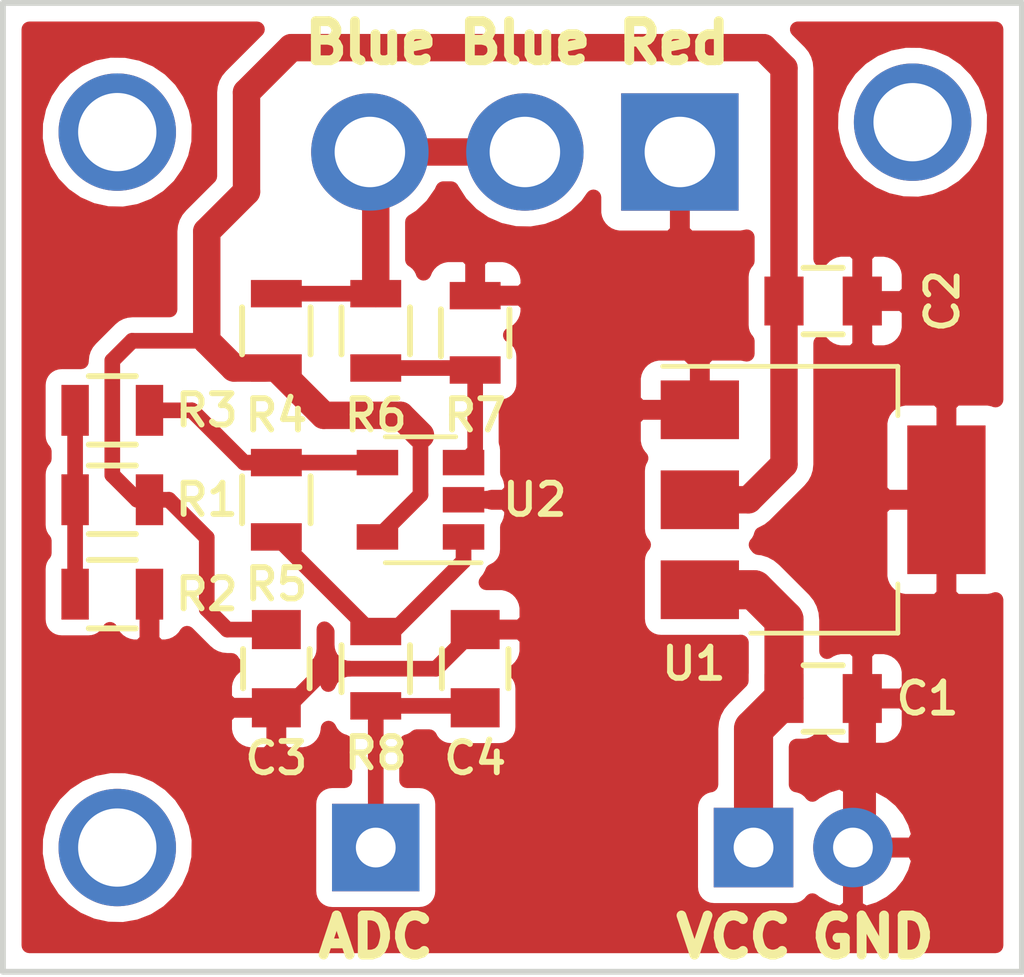
<source format=kicad_pcb>
(kicad_pcb (version 20160815) (host pcbnew no-vcs-found-7397~56~ubuntu16.04.1)

  (general
    (links 30)
    (no_connects 0)
    (area 113.589999 59.614999 139.775001 84.530001)
    (thickness 1.6)
    (drawings 10)
    (tracks 90)
    (zones 0)
    (modules 20)
    (nets 10)
  )

  (page A4)
  (layers
    (0 F.Cu signal)
    (31 B.Cu signal)
    (32 B.Adhes user)
    (33 F.Adhes user)
    (34 B.Paste user)
    (35 F.Paste user)
    (36 B.SilkS user)
    (37 F.SilkS user)
    (38 B.Mask user)
    (39 F.Mask user)
    (40 Dwgs.User user)
    (41 Cmts.User user)
    (42 Eco1.User user)
    (43 Eco2.User user)
    (44 Edge.Cuts user)
    (45 Margin user)
    (46 B.CrtYd user)
    (47 F.CrtYd user)
    (48 B.Fab user)
    (49 F.Fab user)
  )

  (setup
    (last_trace_width 0.7)
    (trace_clearance 0.2)
    (zone_clearance 0.4)
    (zone_45_only no)
    (trace_min 0.2)
    (segment_width 0.2)
    (edge_width 0.15)
    (via_size 1.1)
    (via_drill 0.5)
    (via_min_size 0.4)
    (via_min_drill 0.3)
    (uvia_size 0.3)
    (uvia_drill 0.1)
    (uvias_allowed no)
    (uvia_min_size 0.2)
    (uvia_min_drill 0.1)
    (pcb_text_width 0.3)
    (pcb_text_size 1 1)
    (mod_edge_width 0.15)
    (mod_text_size 1 1)
    (mod_text_width 0.15)
    (pad_size 3 3)
    (pad_drill 2)
    (pad_to_mask_clearance 0.2)
    (aux_axis_origin 0 0)
    (visible_elements FFFFFF7F)
    (pcbplotparams
      (layerselection 0x010f0_ffffffff)
      (usegerberextensions true)
      (excludeedgelayer true)
      (linewidth 0.100000)
      (plotframeref false)
      (viasonmask false)
      (mode 1)
      (useauxorigin false)
      (hpglpennumber 1)
      (hpglpenspeed 20)
      (hpglpendiameter 15)
      (psnegative false)
      (psa4output false)
      (plotreference true)
      (plotvalue true)
      (plotinvisibletext false)
      (padsonsilk false)
      (subtractmaskfromsilk false)
      (outputformat 1)
      (mirror false)
      (drillshape 0)
      (scaleselection 1)
      (outputdirectory assets/))
  )

  (net 0 "")
  (net 1 VCC)
  (net 2 GND)
  (net 3 +3V3)
  (net 4 /ADC)
  (net 5 "Net-(R1-Pad2)")
  (net 6 "Net-(R3-Pad1)")
  (net 7 "Net-(R5-Pad2)")
  (net 8 "Net-(R6-Pad1)")
  (net 9 /Blue)

  (net_class Default "This is the default net class."
    (clearance 0.2)
    (trace_width 0.7)
    (via_dia 1.1)
    (via_drill 0.5)
    (uvia_dia 0.3)
    (uvia_drill 0.1)
    (diff_pair_gap 0.25)
    (diff_pair_width 0.2)
    (add_net +3V3)
    (add_net /ADC)
    (add_net /Blue)
    (add_net GND)
    (add_net "Net-(R1-Pad2)")
    (add_net "Net-(R3-Pad1)")
    (add_net "Net-(R5-Pad2)")
    (add_net "Net-(R6-Pad1)")
    (add_net VCC)
  )

  (module Wire_Pads:SolderWirePad_single_1-2mmDrill (layer F.Cu) (tedit 5860BB30) (tstamp 58614127)
    (at 116.586 62.992)
    (fp_text reference REF** (at 0 -3.81) (layer F.SilkS) hide
      (effects (font (size 1 1) (thickness 0.15)))
    )
    (fp_text value SolderWirePad_single_1-2mmDrill (at -1.905 3.175) (layer F.Fab) hide
      (effects (font (size 1 1) (thickness 0.15)))
    )
    (pad 1 thru_hole circle (at 0 0) (size 3 3) (drill 2) (layers *.Cu *.Mask))
  )

  (module Wire_Pads:SolderWirePad_single_1-2mmDrill (layer F.Cu) (tedit 5860BB50) (tstamp 5861411E)
    (at 116.586 81.28)
    (fp_text reference REF** (at 0 -3.81) (layer F.SilkS) hide
      (effects (font (size 1 1) (thickness 0.15)))
    )
    (fp_text value SolderWirePad_single_1-2mmDrill (at -1.905 3.175) (layer F.Fab) hide
      (effects (font (size 1 1) (thickness 0.15)))
    )
    (pad 1 thru_hole circle (at 0 0) (size 3 3) (drill 2) (layers *.Cu *.Mask))
  )

  (module Wire_Pads:SolderWirePad_single_1-2mmDrill (layer F.Cu) (tedit 5860BB41) (tstamp 5861411A)
    (at 136.906 62.738)
    (fp_text reference REF** (at 0 -3.81) (layer F.SilkS) hide
      (effects (font (size 1 1) (thickness 0.15)))
    )
    (fp_text value SolderWirePad_single_1-2mmDrill (at -1.905 3.175) (layer F.Fab) hide
      (effects (font (size 1 1) (thickness 0.15)))
    )
    (pad 1 thru_hole circle (at 0 0) (size 3 3) (drill 2) (layers *.Cu *.Mask))
  )

  (module Pin_Headers:Pin_Header_Straight_1x02 (layer F.Cu) (tedit 5860B98A) (tstamp 5860B514)
    (at 132.842 81.28 90)
    (descr "Through hole pin header")
    (tags "pin header")
    (path /58609B23)
    (fp_text reference P3 (at 0 -5.1 90) (layer F.SilkS) hide
      (effects (font (size 1 1) (thickness 0.15)))
    )
    (fp_text value PWR (at 0 -3.1 90) (layer F.Fab) hide
      (effects (font (size 1 1) (thickness 0.15)))
    )
    (fp_line (start -1.75 4.3) (end 1.75 4.3) (layer F.CrtYd) (width 0.05))
    (fp_line (start -1.75 -1.75) (end 1.75 -1.75) (layer F.CrtYd) (width 0.05))
    (fp_line (start 1.75 -1.75) (end 1.75 4.3) (layer F.CrtYd) (width 0.05))
    (fp_line (start -1.75 -1.75) (end -1.75 4.3) (layer F.CrtYd) (width 0.05))
    (pad 2 thru_hole oval (at 0 2.54 90) (size 2.032 2.032) (drill 1.016) (layers *.Cu *.Mask)
      (net 2 GND))
    (pad 1 thru_hole rect (at 0 0 90) (size 2.032 2.032) (drill 1.016) (layers *.Cu *.Mask)
      (net 1 VCC))
    (model Pin_Headers.3dshapes/Pin_Header_Straight_1x02.wrl
      (at (xyz 0 -0.05 0))
      (scale (xyz 1 1 1))
      (rotate (xyz 0 0 90))
    )
  )

  (module Pin_Headers:Pin_Header_Straight_1x01 (layer F.Cu) (tedit 5860B97E) (tstamp 5860B761)
    (at 123.19 81.28 270)
    (descr "Through hole pin header")
    (tags "pin header")
    (path /58609B7F)
    (fp_text reference P2 (at 0 -5.1 270) (layer F.SilkS) hide
      (effects (font (size 1 1) (thickness 0.15)))
    )
    (fp_text value ADC (at 0 -3.1 270) (layer F.Fab) hide
      (effects (font (size 1 1) (thickness 0.15)))
    )
    (fp_line (start -1.75 1.75) (end 1.75 1.75) (layer F.CrtYd) (width 0.05))
    (fp_line (start -1.75 -1.75) (end 1.75 -1.75) (layer F.CrtYd) (width 0.05))
    (fp_line (start 1.75 -1.75) (end 1.75 1.75) (layer F.CrtYd) (width 0.05))
    (fp_line (start -1.75 -1.75) (end -1.75 1.75) (layer F.CrtYd) (width 0.05))
    (pad 1 thru_hole rect (at 0 0 270) (size 2.2352 2.2352) (drill 1.016) (layers *.Cu *.Mask)
      (net 4 /ADC))
    (model Pin_Headers.3dshapes/Pin_Header_Straight_1x01.wrl
      (at (xyz 0 0 0))
      (scale (xyz 1 1 1))
      (rotate (xyz 0 0 90))
    )
  )

  (module Connectors_Hirose:Hirose_DF63-3P-3.96DSA_03x3.96mm_Straight (layer F.Cu) (tedit 5860BD27) (tstamp 5860B4C3)
    (at 130.96 63.5 180)
    (descr "Hirose DF63 connector, DF63-3P-3.96DSA, 3.96mm pitch, top entry THT")
    (tags "connector hirose df63 vertical through hole")
    (path /585E368F)
    (fp_text reference P1 (at 0 -5.2 180) (layer F.SilkS) hide
      (effects (font (size 1 1) (thickness 0.15)))
    )
    (fp_text value PT100 (at 0 5.4 180) (layer F.Fab) hide
      (effects (font (size 1 1) (thickness 0.15)))
    )
    (pad 3 thru_hole circle (at 7.92 0 180) (size 3 3) (drill 1.8) (layers *.Cu *.Mask)
      (net 9 /Blue))
    (pad 2 thru_hole circle (at 3.96 0 180) (size 3 3) (drill 1.8) (layers *.Cu *.Mask)
      (net 9 /Blue))
    (pad 1 thru_hole rect (at 0 0 180) (size 3 3) (drill 1.8) (layers *.Cu *.Mask)
      (net 2 GND))
    (model Connectors_Hirose.3dshapes/Hirose_DF63-3P-3.96DSA_03x3.96mm_Straight.wrl
      (at (xyz 0 0 0))
      (scale (xyz 1 1 1))
      (rotate (xyz 0 0 0))
    )
  )

  (module TO_SOT_Packages_SMD:SOT-223 (layer F.Cu) (tedit 5860B81E) (tstamp 585E5813)
    (at 134.62 72.39)
    (descr "module CMS SOT223 4 pins")
    (tags "CMS SOT")
    (path /585E2118)
    (attr smd)
    (fp_text reference U1 (at -3.302 4.191 180) (layer F.SilkS)
      (effects (font (size 0.8 0.8) (thickness 0.15)))
    )
    (fp_text value AMS1117 (at 0 4.5) (layer F.Fab) hide
      (effects (font (size 1 1) (thickness 0.15)))
    )
    (fp_line (start 1.85 -3.35) (end 1.85 3.35) (layer F.Fab) (width 0.15))
    (fp_line (start -1.85 3.35) (end 1.85 3.35) (layer F.Fab) (width 0.15))
    (fp_line (start -4.1 -3.41) (end 1.91 -3.41) (layer F.SilkS) (width 0.12))
    (fp_line (start -1.85 -3.35) (end 1.85 -3.35) (layer F.Fab) (width 0.15))
    (fp_line (start -1.85 3.41) (end 1.91 3.41) (layer F.SilkS) (width 0.12))
    (fp_line (start -1.85 -3.35) (end -1.85 3.35) (layer F.Fab) (width 0.15))
    (fp_line (start -4.4 -3.6) (end -4.4 3.6) (layer F.CrtYd) (width 0.05))
    (fp_line (start -4.4 3.6) (end 4.4 3.6) (layer F.CrtYd) (width 0.05))
    (fp_line (start 4.4 3.6) (end 4.4 -3.6) (layer F.CrtYd) (width 0.05))
    (fp_line (start 4.4 -3.6) (end -4.4 -3.6) (layer F.CrtYd) (width 0.05))
    (fp_line (start 1.91 -3.41) (end 1.91 -2.15) (layer F.SilkS) (width 0.12))
    (fp_line (start 1.91 3.41) (end 1.91 2.15) (layer F.SilkS) (width 0.12))
    (pad 1 smd rect (at -3.15 -2.3) (size 2 1.5) (layers F.Cu F.Paste F.Mask)
      (net 2 GND))
    (pad 3 smd rect (at -3.15 2.3) (size 2 1.5) (layers F.Cu F.Paste F.Mask)
      (net 1 VCC))
    (pad 2 smd rect (at -3.15 0) (size 2 1.5) (layers F.Cu F.Paste F.Mask)
      (net 3 +3V3))
    (pad 1 smd rect (at 3.15 0) (size 2 3.8) (layers F.Cu F.Paste F.Mask)
      (net 2 GND))
    (model TO_SOT_Packages_SMD.3dshapes/SOT-223.wrl
      (at (xyz 0 0 0))
      (scale (xyz 0.4 0.4 0.4))
      (rotate (xyz 0 0 90))
    )
  )

  (module TO_SOT_Packages_SMD:SOT-23-5 (layer F.Cu) (tedit 5860B821) (tstamp 585E5826)
    (at 124.333 72.39 180)
    (descr "5-pin SOT23 package")
    (tags SOT-23-5)
    (path /585E207E)
    (attr smd)
    (fp_text reference U2 (at -2.921 0 180) (layer F.SilkS)
      (effects (font (size 0.8 0.8) (thickness 0.15)))
    )
    (fp_text value MCP6001 (at 0 2.9 180) (layer F.Fab) hide
      (effects (font (size 1 1) (thickness 0.15)))
    )
    (fp_line (start 0.9 -1.55) (end 0.9 1.55) (layer F.Fab) (width 0.15))
    (fp_line (start 0.9 1.55) (end -0.9 1.55) (layer F.Fab) (width 0.15))
    (fp_line (start -0.9 -1.55) (end -0.9 1.55) (layer F.Fab) (width 0.15))
    (fp_line (start 0.9 -1.55) (end -0.9 -1.55) (layer F.Fab) (width 0.15))
    (fp_line (start -1.9 1.8) (end -1.9 -1.8) (layer F.CrtYd) (width 0.05))
    (fp_line (start 1.9 1.8) (end -1.9 1.8) (layer F.CrtYd) (width 0.05))
    (fp_line (start 1.9 -1.8) (end 1.9 1.8) (layer F.CrtYd) (width 0.05))
    (fp_line (start -1.9 -1.8) (end 1.9 -1.8) (layer F.CrtYd) (width 0.05))
    (fp_line (start 0.9 -1.61) (end -1.55 -1.61) (layer F.SilkS) (width 0.12))
    (fp_line (start -0.9 1.61) (end 0.9 1.61) (layer F.SilkS) (width 0.12))
    (pad 5 smd rect (at 1.1 -0.95 180) (size 1.06 0.65) (layers F.Cu F.Paste F.Mask)
      (net 3 +3V3))
    (pad 4 smd rect (at 1.1 0.95 180) (size 1.06 0.65) (layers F.Cu F.Paste F.Mask)
      (net 6 "Net-(R3-Pad1)"))
    (pad 3 smd rect (at -1.1 0.95 180) (size 1.06 0.65) (layers F.Cu F.Paste F.Mask)
      (net 8 "Net-(R6-Pad1)"))
    (pad 2 smd rect (at -1.1 0 180) (size 1.06 0.65) (layers F.Cu F.Paste F.Mask)
      (net 2 GND))
    (pad 1 smd rect (at -1.1 -0.95 180) (size 1.06 0.65) (layers F.Cu F.Paste F.Mask)
      (net 7 "Net-(R5-Pad2)"))
    (model TO_SOT_Packages_SMD.3dshapes/SOT-23-5.wrl
      (at (xyz 0 0 0))
      (scale (xyz 1 1 1))
      (rotate (xyz 0 0 0))
    )
  )

  (module Capacitors_SMD:C_0805 (layer F.Cu) (tedit 5860B825) (tstamp 58608D28)
    (at 134.62 77.47)
    (descr "Capacitor SMD 0805, reflow soldering, AVX (see smccp.pdf)")
    (tags "capacitor 0805")
    (path /585E5D3B)
    (attr smd)
    (fp_text reference C1 (at 2.667 0 180) (layer F.SilkS)
      (effects (font (size 0.8 0.8) (thickness 0.15)))
    )
    (fp_text value 10uF/25v (at 0 2.1) (layer F.Fab) hide
      (effects (font (size 1 1) (thickness 0.15)))
    )
    (fp_line (start -0.5 0.85) (end 0.5 0.85) (layer F.SilkS) (width 0.15))
    (fp_line (start 0.5 -0.85) (end -0.5 -0.85) (layer F.SilkS) (width 0.15))
    (fp_line (start 1.8 -1) (end 1.8 1) (layer F.CrtYd) (width 0.05))
    (fp_line (start -1.8 -1) (end -1.8 1) (layer F.CrtYd) (width 0.05))
    (fp_line (start -1.8 1) (end 1.8 1) (layer F.CrtYd) (width 0.05))
    (fp_line (start -1.8 -1) (end 1.8 -1) (layer F.CrtYd) (width 0.05))
    (fp_line (start -1 -0.625) (end 1 -0.625) (layer F.Fab) (width 0.15))
    (fp_line (start 1 -0.625) (end 1 0.625) (layer F.Fab) (width 0.15))
    (fp_line (start 1 0.625) (end -1 0.625) (layer F.Fab) (width 0.15))
    (fp_line (start -1 0.625) (end -1 -0.625) (layer F.Fab) (width 0.15))
    (pad 2 smd rect (at 1 0) (size 1 1.25) (layers F.Cu F.Paste F.Mask)
      (net 2 GND))
    (pad 1 smd rect (at -1 0) (size 1 1.25) (layers F.Cu F.Paste F.Mask)
      (net 1 VCC))
    (model Capacitors_SMD.3dshapes/C_0805.wrl
      (at (xyz 0 0 0))
      (scale (xyz 1 1 1))
      (rotate (xyz 0 0 0))
    )
  )

  (module Capacitors_SMD:C_0805 (layer F.Cu) (tedit 5860B82A) (tstamp 58608D37)
    (at 134.62 67.31)
    (descr "Capacitor SMD 0805, reflow soldering, AVX (see smccp.pdf)")
    (tags "capacitor 0805")
    (path /585E5DBC)
    (attr smd)
    (fp_text reference C2 (at 3.048 0 90) (layer F.SilkS)
      (effects (font (size 0.8 0.8) (thickness 0.15)))
    )
    (fp_text value 10uF/25v (at 0 2.1) (layer F.Fab) hide
      (effects (font (size 1 1) (thickness 0.15)))
    )
    (fp_line (start -1 0.625) (end -1 -0.625) (layer F.Fab) (width 0.15))
    (fp_line (start 1 0.625) (end -1 0.625) (layer F.Fab) (width 0.15))
    (fp_line (start 1 -0.625) (end 1 0.625) (layer F.Fab) (width 0.15))
    (fp_line (start -1 -0.625) (end 1 -0.625) (layer F.Fab) (width 0.15))
    (fp_line (start -1.8 -1) (end 1.8 -1) (layer F.CrtYd) (width 0.05))
    (fp_line (start -1.8 1) (end 1.8 1) (layer F.CrtYd) (width 0.05))
    (fp_line (start -1.8 -1) (end -1.8 1) (layer F.CrtYd) (width 0.05))
    (fp_line (start 1.8 -1) (end 1.8 1) (layer F.CrtYd) (width 0.05))
    (fp_line (start 0.5 -0.85) (end -0.5 -0.85) (layer F.SilkS) (width 0.15))
    (fp_line (start -0.5 0.85) (end 0.5 0.85) (layer F.SilkS) (width 0.15))
    (pad 1 smd rect (at -1 0) (size 1 1.25) (layers F.Cu F.Paste F.Mask)
      (net 3 +3V3))
    (pad 2 smd rect (at 1 0) (size 1 1.25) (layers F.Cu F.Paste F.Mask)
      (net 2 GND))
    (model Capacitors_SMD.3dshapes/C_0805.wrl
      (at (xyz 0 0 0))
      (scale (xyz 1 1 1))
      (rotate (xyz 0 0 0))
    )
  )

  (module Capacitors_SMD:C_0805 (layer F.Cu) (tedit 5860B81A) (tstamp 58608D55)
    (at 120.65 76.708 270)
    (descr "Capacitor SMD 0805, reflow soldering, AVX (see smccp.pdf)")
    (tags "capacitor 0805")
    (path /585E59A8)
    (attr smd)
    (fp_text reference C3 (at 2.286 0) (layer F.SilkS)
      (effects (font (size 0.8 0.8) (thickness 0.15)))
    )
    (fp_text value lib:C_0603 (at 0 2.1 270) (layer F.Fab) hide
      (effects (font (size 1 1) (thickness 0.15)))
    )
    (fp_line (start -1 0.625) (end -1 -0.625) (layer F.Fab) (width 0.15))
    (fp_line (start 1 0.625) (end -1 0.625) (layer F.Fab) (width 0.15))
    (fp_line (start 1 -0.625) (end 1 0.625) (layer F.Fab) (width 0.15))
    (fp_line (start -1 -0.625) (end 1 -0.625) (layer F.Fab) (width 0.15))
    (fp_line (start -1.8 -1) (end 1.8 -1) (layer F.CrtYd) (width 0.05))
    (fp_line (start -1.8 1) (end 1.8 1) (layer F.CrtYd) (width 0.05))
    (fp_line (start -1.8 -1) (end -1.8 1) (layer F.CrtYd) (width 0.05))
    (fp_line (start 1.8 -1) (end 1.8 1) (layer F.CrtYd) (width 0.05))
    (fp_line (start 0.5 -0.85) (end -0.5 -0.85) (layer F.SilkS) (width 0.15))
    (fp_line (start -0.5 0.85) (end 0.5 0.85) (layer F.SilkS) (width 0.15))
    (pad 1 smd rect (at -1 0 270) (size 1 1.25) (layers F.Cu F.Paste F.Mask)
      (net 3 +3V3))
    (pad 2 smd rect (at 1 0 270) (size 1 1.25) (layers F.Cu F.Paste F.Mask)
      (net 2 GND))
    (model Capacitors_SMD.3dshapes/C_0805.wrl
      (at (xyz 0 0 0))
      (scale (xyz 1 1 1))
      (rotate (xyz 0 0 0))
    )
  )

  (module Capacitors_SMD:C_0805 (layer F.Cu) (tedit 5860B86F) (tstamp 58608D56)
    (at 125.73 76.708 90)
    (descr "Capacitor SMD 0805, reflow soldering, AVX (see smccp.pdf)")
    (tags "capacitor 0805")
    (path /585E47FB)
    (attr smd)
    (fp_text reference C4 (at -2.286 0 180) (layer F.SilkS)
      (effects (font (size 0.8 0.8) (thickness 0.15)))
    )
    (fp_text value 10uF (at 0 2.1 90) (layer F.Fab) hide
      (effects (font (size 1 1) (thickness 0.15)))
    )
    (fp_line (start -0.5 0.85) (end 0.5 0.85) (layer F.SilkS) (width 0.15))
    (fp_line (start 0.5 -0.85) (end -0.5 -0.85) (layer F.SilkS) (width 0.15))
    (fp_line (start 1.8 -1) (end 1.8 1) (layer F.CrtYd) (width 0.05))
    (fp_line (start -1.8 -1) (end -1.8 1) (layer F.CrtYd) (width 0.05))
    (fp_line (start -1.8 1) (end 1.8 1) (layer F.CrtYd) (width 0.05))
    (fp_line (start -1.8 -1) (end 1.8 -1) (layer F.CrtYd) (width 0.05))
    (fp_line (start -1 -0.625) (end 1 -0.625) (layer F.Fab) (width 0.15))
    (fp_line (start 1 -0.625) (end 1 0.625) (layer F.Fab) (width 0.15))
    (fp_line (start 1 0.625) (end -1 0.625) (layer F.Fab) (width 0.15))
    (fp_line (start -1 0.625) (end -1 -0.625) (layer F.Fab) (width 0.15))
    (pad 2 smd rect (at 1 0 90) (size 1 1.25) (layers F.Cu F.Paste F.Mask)
      (net 2 GND))
    (pad 1 smd rect (at -1 0 90) (size 1 1.25) (layers F.Cu F.Paste F.Mask)
      (net 4 /ADC))
    (model Capacitors_SMD.3dshapes/C_0805.wrl
      (at (xyz 0 0 0))
      (scale (xyz 1 1 1))
      (rotate (xyz 0 0 0))
    )
  )

  (module Resistors_SMD:R_0805 (layer F.Cu) (tedit 5860B813) (tstamp 58608D65)
    (at 116.459 72.39 180)
    (descr "Resistor SMD 0805, reflow soldering, Vishay (see dcrcw.pdf)")
    (tags "resistor 0805")
    (path /585E390B)
    (attr smd)
    (fp_text reference R1 (at -2.413 0) (layer F.SilkS)
      (effects (font (size 0.8 0.8) (thickness 0.15)))
    )
    (fp_text value 3.3K/1% (at 0 2.1 180) (layer F.Fab) hide
      (effects (font (size 1 1) (thickness 0.15)))
    )
    (fp_line (start -0.6 -0.875) (end 0.6 -0.875) (layer F.SilkS) (width 0.15))
    (fp_line (start 0.6 0.875) (end -0.6 0.875) (layer F.SilkS) (width 0.15))
    (fp_line (start 1.6 -1) (end 1.6 1) (layer F.CrtYd) (width 0.05))
    (fp_line (start -1.6 -1) (end -1.6 1) (layer F.CrtYd) (width 0.05))
    (fp_line (start -1.6 1) (end 1.6 1) (layer F.CrtYd) (width 0.05))
    (fp_line (start -1.6 -1) (end 1.6 -1) (layer F.CrtYd) (width 0.05))
    (fp_line (start -1 -0.625) (end 1 -0.625) (layer F.Fab) (width 0.1))
    (fp_line (start 1 -0.625) (end 1 0.625) (layer F.Fab) (width 0.1))
    (fp_line (start 1 0.625) (end -1 0.625) (layer F.Fab) (width 0.1))
    (fp_line (start -1 0.625) (end -1 -0.625) (layer F.Fab) (width 0.1))
    (pad 2 smd rect (at 0.95 0 180) (size 0.7 1.3) (layers F.Cu F.Paste F.Mask)
      (net 5 "Net-(R1-Pad2)"))
    (pad 1 smd rect (at -0.95 0 180) (size 0.7 1.3) (layers F.Cu F.Paste F.Mask)
      (net 3 +3V3))
    (model Resistors_SMD.3dshapes/R_0805.wrl
      (at (xyz 0 0 0))
      (scale (xyz 1 1 1))
      (rotate (xyz 0 0 0))
    )
  )

  (module Resistors_SMD:R_0805 (layer F.Cu) (tedit 5860B816) (tstamp 58608D74)
    (at 116.459 74.803)
    (descr "Resistor SMD 0805, reflow soldering, Vishay (see dcrcw.pdf)")
    (tags "resistor 0805")
    (path /585E512A)
    (attr smd)
    (fp_text reference R2 (at 2.413 0 180) (layer F.SilkS)
      (effects (font (size 0.8 0.8) (thickness 0.15)))
    )
    (fp_text value 100/1% (at 0 2.1) (layer F.Fab) hide
      (effects (font (size 1 1) (thickness 0.15)))
    )
    (fp_line (start -0.6 -0.875) (end 0.6 -0.875) (layer F.SilkS) (width 0.15))
    (fp_line (start 0.6 0.875) (end -0.6 0.875) (layer F.SilkS) (width 0.15))
    (fp_line (start 1.6 -1) (end 1.6 1) (layer F.CrtYd) (width 0.05))
    (fp_line (start -1.6 -1) (end -1.6 1) (layer F.CrtYd) (width 0.05))
    (fp_line (start -1.6 1) (end 1.6 1) (layer F.CrtYd) (width 0.05))
    (fp_line (start -1.6 -1) (end 1.6 -1) (layer F.CrtYd) (width 0.05))
    (fp_line (start -1 -0.625) (end 1 -0.625) (layer F.Fab) (width 0.1))
    (fp_line (start 1 -0.625) (end 1 0.625) (layer F.Fab) (width 0.1))
    (fp_line (start 1 0.625) (end -1 0.625) (layer F.Fab) (width 0.1))
    (fp_line (start -1 0.625) (end -1 -0.625) (layer F.Fab) (width 0.1))
    (pad 2 smd rect (at 0.95 0) (size 0.7 1.3) (layers F.Cu F.Paste F.Mask)
      (net 2 GND))
    (pad 1 smd rect (at -0.95 0) (size 0.7 1.3) (layers F.Cu F.Paste F.Mask)
      (net 5 "Net-(R1-Pad2)"))
    (model Resistors_SMD.3dshapes/R_0805.wrl
      (at (xyz 0 0 0))
      (scale (xyz 1 1 1))
      (rotate (xyz 0 0 0))
    )
  )

  (module Resistors_SMD:R_0805 (layer F.Cu) (tedit 5860B810) (tstamp 58608D83)
    (at 116.459 70.104 180)
    (descr "Resistor SMD 0805, reflow soldering, Vishay (see dcrcw.pdf)")
    (tags "resistor 0805")
    (path /585E533F)
    (attr smd)
    (fp_text reference R3 (at -2.413 0) (layer F.SilkS)
      (effects (font (size 0.8 0.8) (thickness 0.15)))
    )
    (fp_text value 1K/1% (at 0 2.1 180) (layer F.Fab) hide
      (effects (font (size 1 1) (thickness 0.15)))
    )
    (fp_line (start -1 0.625) (end -1 -0.625) (layer F.Fab) (width 0.1))
    (fp_line (start 1 0.625) (end -1 0.625) (layer F.Fab) (width 0.1))
    (fp_line (start 1 -0.625) (end 1 0.625) (layer F.Fab) (width 0.1))
    (fp_line (start -1 -0.625) (end 1 -0.625) (layer F.Fab) (width 0.1))
    (fp_line (start -1.6 -1) (end 1.6 -1) (layer F.CrtYd) (width 0.05))
    (fp_line (start -1.6 1) (end 1.6 1) (layer F.CrtYd) (width 0.05))
    (fp_line (start -1.6 -1) (end -1.6 1) (layer F.CrtYd) (width 0.05))
    (fp_line (start 1.6 -1) (end 1.6 1) (layer F.CrtYd) (width 0.05))
    (fp_line (start 0.6 0.875) (end -0.6 0.875) (layer F.SilkS) (width 0.15))
    (fp_line (start -0.6 -0.875) (end 0.6 -0.875) (layer F.SilkS) (width 0.15))
    (pad 1 smd rect (at -0.95 0 180) (size 0.7 1.3) (layers F.Cu F.Paste F.Mask)
      (net 6 "Net-(R3-Pad1)"))
    (pad 2 smd rect (at 0.95 0 180) (size 0.7 1.3) (layers F.Cu F.Paste F.Mask)
      (net 5 "Net-(R1-Pad2)"))
    (model Resistors_SMD.3dshapes/R_0805.wrl
      (at (xyz 0 0 0))
      (scale (xyz 1 1 1))
      (rotate (xyz 0 0 0))
    )
  )

  (module Resistors_SMD:R_0805 (layer F.Cu) (tedit 5860B7DC) (tstamp 58608D92)
    (at 120.65 68.072 90)
    (descr "Resistor SMD 0805, reflow soldering, Vishay (see dcrcw.pdf)")
    (tags "resistor 0805")
    (path /585E509F)
    (attr smd)
    (fp_text reference R4 (at -2.159 0 180) (layer F.SilkS)
      (effects (font (size 0.8 0.8) (thickness 0.15)))
    )
    (fp_text value 3.3K/1% (at 0 2.1 90) (layer F.Fab) hide
      (effects (font (size 1 1) (thickness 0.15)))
    )
    (fp_line (start -1 0.625) (end -1 -0.625) (layer F.Fab) (width 0.1))
    (fp_line (start 1 0.625) (end -1 0.625) (layer F.Fab) (width 0.1))
    (fp_line (start 1 -0.625) (end 1 0.625) (layer F.Fab) (width 0.1))
    (fp_line (start -1 -0.625) (end 1 -0.625) (layer F.Fab) (width 0.1))
    (fp_line (start -1.6 -1) (end 1.6 -1) (layer F.CrtYd) (width 0.05))
    (fp_line (start -1.6 1) (end 1.6 1) (layer F.CrtYd) (width 0.05))
    (fp_line (start -1.6 -1) (end -1.6 1) (layer F.CrtYd) (width 0.05))
    (fp_line (start 1.6 -1) (end 1.6 1) (layer F.CrtYd) (width 0.05))
    (fp_line (start 0.6 0.875) (end -0.6 0.875) (layer F.SilkS) (width 0.15))
    (fp_line (start -0.6 -0.875) (end 0.6 -0.875) (layer F.SilkS) (width 0.15))
    (pad 1 smd rect (at -0.95 0 90) (size 0.7 1.3) (layers F.Cu F.Paste F.Mask)
      (net 3 +3V3))
    (pad 2 smd rect (at 0.95 0 90) (size 0.7 1.3) (layers F.Cu F.Paste F.Mask)
      (net 9 /Blue))
    (model Resistors_SMD.3dshapes/R_0805.wrl
      (at (xyz 0 0 0))
      (scale (xyz 1 1 1))
      (rotate (xyz 0 0 0))
    )
  )

  (module Resistors_SMD:R_0805 (layer F.Cu) (tedit 5860B80D) (tstamp 58608DA1)
    (at 120.65 72.39 270)
    (descr "Resistor SMD 0805, reflow soldering, Vishay (see dcrcw.pdf)")
    (tags "resistor 0805")
    (path /585E5486)
    (attr smd)
    (fp_text reference R5 (at 2.159 0) (layer F.SilkS)
      (effects (font (size 0.8 0.8) (thickness 0.15)))
    )
    (fp_text value 100K/1% (at 0 2.1 270) (layer F.Fab) hide
      (effects (font (size 1 1) (thickness 0.15)))
    )
    (fp_line (start -0.6 -0.875) (end 0.6 -0.875) (layer F.SilkS) (width 0.15))
    (fp_line (start 0.6 0.875) (end -0.6 0.875) (layer F.SilkS) (width 0.15))
    (fp_line (start 1.6 -1) (end 1.6 1) (layer F.CrtYd) (width 0.05))
    (fp_line (start -1.6 -1) (end -1.6 1) (layer F.CrtYd) (width 0.05))
    (fp_line (start -1.6 1) (end 1.6 1) (layer F.CrtYd) (width 0.05))
    (fp_line (start -1.6 -1) (end 1.6 -1) (layer F.CrtYd) (width 0.05))
    (fp_line (start -1 -0.625) (end 1 -0.625) (layer F.Fab) (width 0.1))
    (fp_line (start 1 -0.625) (end 1 0.625) (layer F.Fab) (width 0.1))
    (fp_line (start 1 0.625) (end -1 0.625) (layer F.Fab) (width 0.1))
    (fp_line (start -1 0.625) (end -1 -0.625) (layer F.Fab) (width 0.1))
    (pad 2 smd rect (at 0.95 0 270) (size 0.7 1.3) (layers F.Cu F.Paste F.Mask)
      (net 7 "Net-(R5-Pad2)"))
    (pad 1 smd rect (at -0.95 0 270) (size 0.7 1.3) (layers F.Cu F.Paste F.Mask)
      (net 6 "Net-(R3-Pad1)"))
    (model Resistors_SMD.3dshapes/R_0805.wrl
      (at (xyz 0 0 0))
      (scale (xyz 1 1 1))
      (rotate (xyz 0 0 0))
    )
  )

  (module Resistors_SMD:R_0805 (layer F.Cu) (tedit 5860B7DF) (tstamp 58608DB0)
    (at 123.19 68.072 90)
    (descr "Resistor SMD 0805, reflow soldering, Vishay (see dcrcw.pdf)")
    (tags "resistor 0805")
    (path /585E396C)
    (attr smd)
    (fp_text reference R6 (at -2.159 0 180) (layer F.SilkS)
      (effects (font (size 0.8 0.8) (thickness 0.15)))
    )
    (fp_text value 1K/1% (at 0 2.1 90) (layer F.Fab) hide
      (effects (font (size 1 1) (thickness 0.15)))
    )
    (fp_line (start -1 0.625) (end -1 -0.625) (layer F.Fab) (width 0.1))
    (fp_line (start 1 0.625) (end -1 0.625) (layer F.Fab) (width 0.1))
    (fp_line (start 1 -0.625) (end 1 0.625) (layer F.Fab) (width 0.1))
    (fp_line (start -1 -0.625) (end 1 -0.625) (layer F.Fab) (width 0.1))
    (fp_line (start -1.6 -1) (end 1.6 -1) (layer F.CrtYd) (width 0.05))
    (fp_line (start -1.6 1) (end 1.6 1) (layer F.CrtYd) (width 0.05))
    (fp_line (start -1.6 -1) (end -1.6 1) (layer F.CrtYd) (width 0.05))
    (fp_line (start 1.6 -1) (end 1.6 1) (layer F.CrtYd) (width 0.05))
    (fp_line (start 0.6 0.875) (end -0.6 0.875) (layer F.SilkS) (width 0.15))
    (fp_line (start -0.6 -0.875) (end 0.6 -0.875) (layer F.SilkS) (width 0.15))
    (pad 1 smd rect (at -0.95 0 90) (size 0.7 1.3) (layers F.Cu F.Paste F.Mask)
      (net 8 "Net-(R6-Pad1)"))
    (pad 2 smd rect (at 0.95 0 90) (size 0.7 1.3) (layers F.Cu F.Paste F.Mask)
      (net 9 /Blue))
    (model Resistors_SMD.3dshapes/R_0805.wrl
      (at (xyz 0 0 0))
      (scale (xyz 1 1 1))
      (rotate (xyz 0 0 0))
    )
  )

  (module Resistors_SMD:R_0805 (layer F.Cu) (tedit 5860B7F7) (tstamp 58608DBF)
    (at 125.73 68.1228 270)
    (descr "Resistor SMD 0805, reflow soldering, Vishay (see dcrcw.pdf)")
    (tags "resistor 0805")
    (path /585E39A6)
    (attr smd)
    (fp_text reference R7 (at 2.1082 0) (layer F.SilkS)
      (effects (font (size 0.8 0.8) (thickness 0.15)))
    )
    (fp_text value 100K/1% (at 0 2.1 270) (layer F.Fab) hide
      (effects (font (size 1 1) (thickness 0.15)))
    )
    (fp_line (start -1 0.625) (end -1 -0.625) (layer F.Fab) (width 0.1))
    (fp_line (start 1 0.625) (end -1 0.625) (layer F.Fab) (width 0.1))
    (fp_line (start 1 -0.625) (end 1 0.625) (layer F.Fab) (width 0.1))
    (fp_line (start -1 -0.625) (end 1 -0.625) (layer F.Fab) (width 0.1))
    (fp_line (start -1.6 -1) (end 1.6 -1) (layer F.CrtYd) (width 0.05))
    (fp_line (start -1.6 1) (end 1.6 1) (layer F.CrtYd) (width 0.05))
    (fp_line (start -1.6 -1) (end -1.6 1) (layer F.CrtYd) (width 0.05))
    (fp_line (start 1.6 -1) (end 1.6 1) (layer F.CrtYd) (width 0.05))
    (fp_line (start 0.6 0.875) (end -0.6 0.875) (layer F.SilkS) (width 0.15))
    (fp_line (start -0.6 -0.875) (end 0.6 -0.875) (layer F.SilkS) (width 0.15))
    (pad 1 smd rect (at -0.95 0 270) (size 0.7 1.3) (layers F.Cu F.Paste F.Mask)
      (net 2 GND))
    (pad 2 smd rect (at 0.95 0 270) (size 0.7 1.3) (layers F.Cu F.Paste F.Mask)
      (net 8 "Net-(R6-Pad1)"))
    (model Resistors_SMD.3dshapes/R_0805.wrl
      (at (xyz 0 0 0))
      (scale (xyz 1 1 1))
      (rotate (xyz 0 0 0))
    )
  )

  (module Resistors_SMD:R_0805 (layer F.Cu) (tedit 5860A379) (tstamp 58608DCE)
    (at 123.19 76.708 90)
    (descr "Resistor SMD 0805, reflow soldering, Vishay (see dcrcw.pdf)")
    (tags "resistor 0805")
    (path /585E479C)
    (attr smd)
    (fp_text reference R8 (at -2.159 0 180) (layer F.SilkS)
      (effects (font (size 0.8 0.8) (thickness 0.15)))
    )
    (fp_text value 1K/1% (at 0 2.1 90) (layer F.Fab) hide
      (effects (font (size 1 1) (thickness 0.15)))
    )
    (fp_line (start -0.6 -0.875) (end 0.6 -0.875) (layer F.SilkS) (width 0.15))
    (fp_line (start 0.6 0.875) (end -0.6 0.875) (layer F.SilkS) (width 0.15))
    (fp_line (start 1.6 -1) (end 1.6 1) (layer F.CrtYd) (width 0.05))
    (fp_line (start -1.6 -1) (end -1.6 1) (layer F.CrtYd) (width 0.05))
    (fp_line (start -1.6 1) (end 1.6 1) (layer F.CrtYd) (width 0.05))
    (fp_line (start -1.6 -1) (end 1.6 -1) (layer F.CrtYd) (width 0.05))
    (fp_line (start -1 -0.625) (end 1 -0.625) (layer F.Fab) (width 0.1))
    (fp_line (start 1 -0.625) (end 1 0.625) (layer F.Fab) (width 0.1))
    (fp_line (start 1 0.625) (end -1 0.625) (layer F.Fab) (width 0.1))
    (fp_line (start -1 0.625) (end -1 -0.625) (layer F.Fab) (width 0.1))
    (pad 2 smd rect (at 0.95 0 90) (size 0.7 1.3) (layers F.Cu F.Paste F.Mask)
      (net 7 "Net-(R5-Pad2)"))
    (pad 1 smd rect (at -0.95 0 90) (size 0.7 1.3) (layers F.Cu F.Paste F.Mask)
      (net 4 /ADC))
    (model Resistors_SMD.3dshapes/R_0805.wrl
      (at (xyz 0 0 0))
      (scale (xyz 1 1 1))
      (rotate (xyz 0 0 0))
    )
  )

  (gr_text Blue (at 123.063 60.706) (layer F.SilkS)
    (effects (font (size 1 1) (thickness 0.25)))
  )
  (gr_text Blue (at 127 60.706) (layer F.SilkS)
    (effects (font (size 1 1) (thickness 0.25)))
  )
  (gr_line (start 139.7 84.455) (end 139.7 59.69) (layer Edge.Cuts) (width 0.15))
  (gr_line (start 113.665 84.455) (end 139.7 84.455) (layer Edge.Cuts) (width 0.15))
  (gr_line (start 113.665 59.69) (end 113.665 84.455) (layer Edge.Cuts) (width 0.15))
  (gr_line (start 139.7 59.69) (end 113.665 59.69) (layer Edge.Cuts) (width 0.15))
  (gr_text "Red\n" (at 130.81 60.706) (layer F.SilkS)
    (effects (font (size 1 1) (thickness 0.25)))
  )
  (gr_text "VCC\n" (at 132.334 83.566) (layer F.SilkS)
    (effects (font (size 1 1) (thickness 0.25)))
  )
  (gr_text "ADC\n" (at 123.19 83.566) (layer F.SilkS)
    (effects (font (size 1 1) (thickness 0.25)))
  )
  (gr_text GND (at 135.89 83.566) (layer F.SilkS)
    (effects (font (size 1 1) (thickness 0.25)))
  )

  (segment (start 133.62 77.47) (end 133.62 75.454) (width 1) (layer F.Cu) (net 1))
  (segment (start 133.62 75.454) (end 132.856 74.69) (width 1) (layer F.Cu) (net 1))
  (segment (start 132.856 74.69) (end 131.47 74.69) (width 1) (layer F.Cu) (net 1))
  (segment (start 133.62 77.47) (end 132.842 78.248) (width 1) (layer F.Cu) (net 1))
  (segment (start 132.842 78.248) (end 132.842 81.28) (width 1) (layer F.Cu) (net 1))
  (segment (start 117.409 74.803) (end 117.409 76.261) (width 0.4) (layer F.Cu) (net 2))
  (segment (start 117.409 76.261) (end 118.856 77.708) (width 0.4) (layer F.Cu) (net 2))
  (segment (start 135.382 81.28) (end 135.382 82.71684) (width 0.4) (layer F.Cu) (net 2))
  (segment (start 135.382 82.71684) (end 134.65984 83.439) (width 0.4) (layer F.Cu) (net 2))
  (segment (start 134.65984 83.439) (end 129.667 83.439) (width 0.4) (layer F.Cu) (net 2))
  (segment (start 129.667 83.439) (end 127.254 81.026) (width 0.4) (layer F.Cu) (net 2))
  (segment (start 127.254 81.026) (end 127.254 75.692) (width 0.4) (layer F.Cu) (net 2))
  (segment (start 127.254 75.692) (end 127.254 74.676) (width 0.4) (layer F.Cu) (net 2))
  (segment (start 125.73 75.708) (end 127.238 75.708) (width 0.4) (layer F.Cu) (net 2))
  (segment (start 127.238 75.708) (end 127.254 75.692) (width 0.4) (layer F.Cu) (net 2))
  (segment (start 120.65 77.708) (end 118.856 77.708) (width 0.4) (layer F.Cu) (net 2))
  (segment (start 120.65 77.708) (end 120.92 77.708) (width 0.4) (layer F.Cu) (net 2))
  (segment (start 120.92 77.708) (end 121.92 76.708) (width 0.4) (layer F.Cu) (net 2) (tstamp 5860BB88))
  (segment (start 124.73 76.708) (end 125.73 75.708) (width 0.4) (layer F.Cu) (net 2) (tstamp 5860BB8A))
  (segment (start 121.92 76.708) (end 124.73 76.708) (width 0.4) (layer F.Cu) (net 2) (tstamp 5860BB89))
  (segment (start 127.254 74.676) (end 127.254 72.39) (width 0.4) (layer F.Cu) (net 2))
  (segment (start 125.433 72.39) (end 127.254 72.39) (width 0.4) (layer F.Cu) (net 2))
  (segment (start 127.254 72.39) (end 129.554 70.09) (width 0.4) (layer F.Cu) (net 2))
  (segment (start 129.554 70.09) (end 131.47 70.09) (width 0.4) (layer F.Cu) (net 2))
  (segment (start 135.62 77.47) (end 135.62 81.042) (width 0.7) (layer F.Cu) (net 2))
  (segment (start 135.62 81.042) (end 135.382 81.28) (width 0.7) (layer F.Cu) (net 2))
  (segment (start 135.62 77.47) (end 136.652 77.47) (width 0.4) (layer F.Cu) (net 2))
  (segment (start 136.652 77.47) (end 137.77 76.352) (width 0.4) (layer F.Cu) (net 2))
  (segment (start 137.77 76.352) (end 137.77 72.39) (width 0.4) (layer F.Cu) (net 2))
  (segment (start 130.96 63.5) (end 130.96 65.7) (width 0.4) (layer F.Cu) (net 2))
  (segment (start 130.96 65.7) (end 129.7028 66.9572) (width 0.4) (layer F.Cu) (net 2))
  (segment (start 129.7028 66.9572) (end 129.7028 67.1728) (width 0.4) (layer F.Cu) (net 2))
  (segment (start 135.62 67.31) (end 136.652 67.31) (width 0.4) (layer F.Cu) (net 2))
  (segment (start 136.652 67.31) (end 137.77 68.428) (width 0.4) (layer F.Cu) (net 2))
  (segment (start 137.77 68.428) (end 137.77 72.39) (width 0.4) (layer F.Cu) (net 2))
  (segment (start 125.73 67.1728) (end 129.7028 67.1728) (width 0.4) (layer F.Cu) (net 2))
  (segment (start 129.7028 67.1728) (end 131.47 68.94) (width 0.4) (layer F.Cu) (net 2))
  (segment (start 131.47 68.94) (end 131.47 70.09) (width 0.4) (layer F.Cu) (net 2))
  (segment (start 118.872 68.326) (end 118.872 65.532) (width 0.7) (layer F.Cu) (net 3))
  (segment (start 133.62 61.357) (end 133.62 67.31) (width 0.7) (layer F.Cu) (net 3))
  (segment (start 118.872 65.532) (end 119.888 64.516) (width 0.7) (layer F.Cu) (net 3))
  (segment (start 119.888 64.516) (end 119.888 61.976) (width 0.7) (layer F.Cu) (net 3))
  (segment (start 119.888 61.976) (end 121.031 60.833) (width 0.7) (layer F.Cu) (net 3))
  (segment (start 121.031 60.833) (end 133.096 60.833) (width 0.7) (layer F.Cu) (net 3))
  (segment (start 133.096 60.833) (end 133.62 61.357) (width 0.7) (layer F.Cu) (net 3))
  (segment (start 117.409 72.39) (end 117.094 72.39) (width 0.4) (layer F.Cu) (net 3))
  (segment (start 116.967 68.326) (end 118.872 68.326) (width 0.4) (layer F.Cu) (net 3))
  (segment (start 117.094 72.39) (end 116.459 71.755) (width 0.4) (layer F.Cu) (net 3))
  (segment (start 116.459 71.755) (end 116.459 68.834) (width 0.4) (layer F.Cu) (net 3))
  (segment (start 116.459 68.834) (end 116.967 68.326) (width 0.4) (layer F.Cu) (net 3))
  (segment (start 117.409 72.39) (end 117.905 72.39) (width 0.4) (layer F.Cu) (net 3))
  (segment (start 117.905 72.39) (end 118.872 73.357) (width 0.4) (layer F.Cu) (net 3))
  (segment (start 117.409 72.39) (end 117.348 72.39) (width 0.4) (layer F.Cu) (net 3))
  (segment (start 120.35 69.022) (end 119.568 69.022) (width 0.7) (layer F.Cu) (net 3))
  (segment (start 119.568 69.022) (end 118.872 68.326) (width 0.7) (layer F.Cu) (net 3))
  (segment (start 133.62 67.31) (end 133.62 71.485) (width 0.7) (layer F.Cu) (net 3))
  (segment (start 133.62 71.485) (end 132.715 72.39) (width 0.7) (layer F.Cu) (net 3))
  (segment (start 132.715 72.39) (end 131.47 72.39) (width 0.7) (layer F.Cu) (net 3))
  (segment (start 120.65 69.022) (end 120.35 69.022) (width 0.4) (layer F.Cu) (net 3))
  (segment (start 118.872 73.357) (end 118.872 75.184) (width 0.4) (layer F.Cu) (net 3))
  (segment (start 118.872 75.184) (end 119.396 75.708) (width 0.4) (layer F.Cu) (net 3))
  (segment (start 119.396 75.708) (end 120.65 75.708) (width 0.4) (layer F.Cu) (net 3))
  (segment (start 123.256 73.34) (end 124.333 72.263) (width 0.4) (layer F.Cu) (net 3) (tstamp 5860BB95))
  (segment (start 124.333 72.263) (end 124.333 70.739) (width 0.4) (layer F.Cu) (net 3) (tstamp 5860BB96))
  (segment (start 124.333 70.739) (end 123.825 70.231) (width 0.7) (layer F.Cu) (net 3) (tstamp 5860BB97))
  (segment (start 123.825 70.231) (end 121.859 70.231) (width 0.7) (layer F.Cu) (net 3) (tstamp 5860BB98))
  (segment (start 121.859 70.231) (end 120.65 69.022) (width 0.7) (layer F.Cu) (net 3) (tstamp 5860BB99))
  (segment (start 123.19 77.658) (end 123.19 81.28) (width 0.4) (layer F.Cu) (net 4))
  (segment (start 123.19 77.658) (end 125.68 77.658) (width 0.4) (layer F.Cu) (net 4))
  (segment (start 125.68 77.658) (end 125.73 77.708) (width 0.4) (layer F.Cu) (net 4))
  (segment (start 115.509 72.39) (end 115.509 70.104) (width 0.4) (layer F.Cu) (net 5))
  (segment (start 115.509 74.803) (end 115.509 72.39) (width 0.4) (layer F.Cu) (net 5))
  (segment (start 117.409 70.104) (end 118.491 70.104) (width 0.4) (layer F.Cu) (net 6))
  (segment (start 120.65 71.44) (end 119.827 71.44) (width 0.4) (layer F.Cu) (net 6))
  (segment (start 119.827 71.44) (end 118.491 70.104) (width 0.4) (layer F.Cu) (net 6))
  (segment (start 123.233 71.44) (end 120.65 71.44) (width 0.4) (layer F.Cu) (net 6))
  (segment (start 123.19 75.758) (end 123.632 75.758) (width 0.4) (layer F.Cu) (net 7))
  (segment (start 123.632 75.758) (end 125.433 73.957) (width 0.4) (layer F.Cu) (net 7))
  (segment (start 125.433 73.957) (end 125.433 73.34) (width 0.4) (layer F.Cu) (net 7))
  (segment (start 123.19 75.758) (end 123.068 75.758) (width 0.4) (layer F.Cu) (net 7))
  (segment (start 123.068 75.758) (end 120.65 73.34) (width 0.4) (layer F.Cu) (net 7))
  (segment (start 120.65 73.34) (end 120.5255 73.34) (width 0.4) (layer F.Cu) (net 7))
  (segment (start 125.73 69.0728) (end 125.73 71.143) (width 0.4) (layer F.Cu) (net 8))
  (segment (start 125.73 71.143) (end 125.433 71.44) (width 0.4) (layer F.Cu) (net 8))
  (segment (start 123.19 69.022) (end 125.6792 69.022) (width 0.4) (layer F.Cu) (net 8))
  (segment (start 125.6792 69.022) (end 125.73 69.0728) (width 0.4) (layer F.Cu) (net 8))
  (segment (start 123.19 67.122) (end 123.19 63.65) (width 0.7) (layer F.Cu) (net 9))
  (segment (start 123.19 63.65) (end 123.04 63.5) (width 0.4) (layer F.Cu) (net 9))
  (segment (start 127 63.5) (end 123.04 63.5) (width 0.7) (layer F.Cu) (net 9))
  (segment (start 123.19 67.122) (end 120.65 67.122) (width 0.4) (layer F.Cu) (net 9))

  (zone (net 2) (net_name GND) (layer F.Cu) (tstamp 0) (hatch edge 0.508)
    (connect_pads (clearance 0.4))
    (min_thickness 0.4)
    (fill yes (arc_segments 32) (thermal_gap 0.508) (thermal_bridge_width 0.508))
    (polygon
      (pts
        (xy 113.665 59.69) (xy 139.7 59.69) (xy 139.7 84.455) (xy 113.665 84.455)
      )
    )
    (filled_polygon
      (pts
        (xy 119.216249 61.304249) (xy 119.160597 61.372001) (xy 119.104142 61.439281) (xy 119.101733 61.443664) (xy 119.098565 61.44752)
        (xy 119.057119 61.524815) (xy 119.014821 61.601755) (xy 119.013311 61.606517) (xy 119.01095 61.610919) (xy 118.985287 61.694859)
        (xy 118.95876 61.778484) (xy 118.958203 61.783446) (xy 118.956742 61.788226) (xy 118.947871 61.875567) (xy 118.938093 61.962736)
        (xy 118.938025 61.972502) (xy 118.938006 61.972684) (xy 118.938022 61.972854) (xy 118.938 61.976) (xy 118.938 64.122498)
        (xy 118.200249 64.860249) (xy 118.144597 64.928001) (xy 118.088142 64.995281) (xy 118.085733 64.999664) (xy 118.082565 65.00352)
        (xy 118.041119 65.080815) (xy 117.998821 65.157755) (xy 117.997311 65.162517) (xy 117.99495 65.166919) (xy 117.969287 65.250859)
        (xy 117.94276 65.334484) (xy 117.942203 65.339446) (xy 117.940742 65.344226) (xy 117.931871 65.431567) (xy 117.922093 65.518736)
        (xy 117.922025 65.528502) (xy 117.922006 65.528684) (xy 117.922022 65.528854) (xy 117.922 65.532) (xy 117.922 67.526)
        (xy 116.967 67.526) (xy 116.893444 67.533212) (xy 116.819839 67.539652) (xy 116.8158 67.540825) (xy 116.811613 67.541236)
        (xy 116.740831 67.562606) (xy 116.669906 67.583212) (xy 116.666175 67.585146) (xy 116.662144 67.586363) (xy 116.596869 67.62107)
        (xy 116.531288 67.655064) (xy 116.528 67.657689) (xy 116.524287 67.659663) (xy 116.467011 67.706376) (xy 116.409268 67.752472)
        (xy 116.403414 67.758244) (xy 116.403293 67.758343) (xy 116.4032 67.758455) (xy 116.401314 67.760315) (xy 115.893315 68.268315)
        (xy 115.84645 68.325369) (xy 115.798909 68.382026) (xy 115.796881 68.385715) (xy 115.794213 68.388963) (xy 115.759302 68.454071)
        (xy 115.723692 68.518846) (xy 115.72242 68.522855) (xy 115.720432 68.526563) (xy 115.69882 68.597253) (xy 115.676482 68.667671)
        (xy 115.676013 68.67185) (xy 115.674783 68.675874) (xy 115.667315 68.749398) (xy 115.659078 68.82283) (xy 115.659021 68.831054)
        (xy 115.659005 68.831207) (xy 115.659019 68.83135) (xy 115.659 68.834) (xy 115.659 68.851097) (xy 115.159 68.851097)
        (xy 115.041379 68.862682) (xy 114.928279 68.89699) (xy 114.824045 68.952704) (xy 114.732683 69.027683) (xy 114.657704 69.119045)
        (xy 114.60199 69.223279) (xy 114.567682 69.336379) (xy 114.556097 69.454) (xy 114.556097 70.754) (xy 114.567682 70.871621)
        (xy 114.60199 70.984721) (xy 114.657704 71.088955) (xy 114.709 71.151459) (xy 114.709 71.342541) (xy 114.657704 71.405045)
        (xy 114.60199 71.509279) (xy 114.567682 71.622379) (xy 114.556097 71.74) (xy 114.556097 73.04) (xy 114.567682 73.157621)
        (xy 114.60199 73.270721) (xy 114.657704 73.374955) (xy 114.709 73.437459) (xy 114.709 73.755541) (xy 114.657704 73.818045)
        (xy 114.60199 73.922279) (xy 114.567682 74.035379) (xy 114.556097 74.153) (xy 114.556097 75.453) (xy 114.567682 75.570621)
        (xy 114.60199 75.683721) (xy 114.657704 75.787955) (xy 114.732683 75.879317) (xy 114.824045 75.954296) (xy 114.928279 76.01001)
        (xy 115.041379 76.044318) (xy 115.159 76.055903) (xy 115.859 76.055903) (xy 115.976621 76.044318) (xy 116.089721 76.01001)
        (xy 116.193955 75.954296) (xy 116.285317 75.879317) (xy 116.360296 75.787955) (xy 116.400361 75.712998) (xy 116.431578 75.788364)
        (xy 116.50906 75.904324) (xy 116.607676 76.002939) (xy 116.723636 76.080421) (xy 116.852484 76.133792) (xy 116.989268 76.161)
        (xy 117.178 76.161) (xy 117.355 75.984) (xy 117.355 74.857) (xy 117.335 74.857) (xy 117.335 74.749)
        (xy 117.355 74.749) (xy 117.355 74.729) (xy 117.463 74.729) (xy 117.463 74.749) (xy 117.483 74.749)
        (xy 117.483 74.857) (xy 117.463 74.857) (xy 117.463 75.984) (xy 117.64 76.161) (xy 117.828732 76.161)
        (xy 117.965516 76.133792) (xy 118.094364 76.080421) (xy 118.210324 76.002939) (xy 118.30894 75.904324) (xy 118.369828 75.813198)
        (xy 118.830315 76.273685) (xy 118.887369 76.32055) (xy 118.944026 76.368091) (xy 118.947715 76.370119) (xy 118.950963 76.372787)
        (xy 119.016071 76.407698) (xy 119.080846 76.443308) (xy 119.084855 76.44458) (xy 119.088563 76.446568) (xy 119.159253 76.46818)
        (xy 119.229671 76.490518) (xy 119.23385 76.490987) (xy 119.237874 76.492217) (xy 119.311398 76.499685) (xy 119.38483 76.507922)
        (xy 119.393054 76.507979) (xy 119.393207 76.507995) (xy 119.39335 76.507981) (xy 119.396 76.508) (xy 119.50502 76.508)
        (xy 119.523704 76.542955) (xy 119.598683 76.634317) (xy 119.603407 76.638194) (xy 119.573676 76.65806) (xy 119.475061 76.756676)
        (xy 119.397579 76.872636) (xy 119.344208 77.001484) (xy 119.317 77.138268) (xy 119.317 77.477) (xy 119.494 77.654)
        (xy 120.596 77.654) (xy 120.596 77.634) (xy 120.704 77.634) (xy 120.704 77.654) (xy 120.724 77.654)
        (xy 120.724 77.762) (xy 120.704 77.762) (xy 120.704 78.739) (xy 120.881 78.916) (xy 121.344732 78.916)
        (xy 121.481516 78.888792) (xy 121.610364 78.835422) (xy 121.726324 78.75794) (xy 121.824939 78.659324) (xy 121.902421 78.543364)
        (xy 121.955792 78.414516) (xy 121.983 78.277732) (xy 121.983 78.23874) (xy 122.038704 78.342955) (xy 122.113683 78.434317)
        (xy 122.205045 78.509296) (xy 122.309279 78.56501) (xy 122.39 78.589496) (xy 122.39 79.559497) (xy 122.0724 79.559497)
        (xy 121.954779 79.571082) (xy 121.841679 79.60539) (xy 121.737445 79.661104) (xy 121.646083 79.736083) (xy 121.571104 79.827445)
        (xy 121.51539 79.931679) (xy 121.481082 80.044779) (xy 121.469497 80.1624) (xy 121.469497 82.3976) (xy 121.481082 82.515221)
        (xy 121.51539 82.628321) (xy 121.571104 82.732555) (xy 121.646083 82.823917) (xy 121.737445 82.898896) (xy 121.841679 82.95461)
        (xy 121.954779 82.988918) (xy 122.0724 83.000503) (xy 124.3076 83.000503) (xy 124.425221 82.988918) (xy 124.538321 82.95461)
        (xy 124.642555 82.898896) (xy 124.733917 82.823917) (xy 124.808896 82.732555) (xy 124.86461 82.628321) (xy 124.898918 82.515221)
        (xy 124.910503 82.3976) (xy 124.910503 80.1624) (xy 124.898918 80.044779) (xy 124.86461 79.931679) (xy 124.808896 79.827445)
        (xy 124.733917 79.736083) (xy 124.642555 79.661104) (xy 124.538321 79.60539) (xy 124.425221 79.571082) (xy 124.3076 79.559497)
        (xy 123.99 79.559497) (xy 123.99 78.589496) (xy 124.070721 78.56501) (xy 124.174955 78.509296) (xy 124.237459 78.458)
        (xy 124.558295 78.458) (xy 124.603704 78.542955) (xy 124.678683 78.634317) (xy 124.770045 78.709296) (xy 124.874279 78.76501)
        (xy 124.987379 78.799318) (xy 125.105 78.810903) (xy 126.355 78.810903) (xy 126.472621 78.799318) (xy 126.585721 78.76501)
        (xy 126.689955 78.709296) (xy 126.781317 78.634317) (xy 126.856296 78.542955) (xy 126.91201 78.438721) (xy 126.946318 78.325621)
        (xy 126.957903 78.208) (xy 126.957903 77.208) (xy 126.946318 77.090379) (xy 126.91201 76.977279) (xy 126.856296 76.873045)
        (xy 126.781317 76.781683) (xy 126.776593 76.777806) (xy 126.806324 76.75794) (xy 126.904939 76.659324) (xy 126.982421 76.543364)
        (xy 127.035792 76.414516) (xy 127.063 76.277732) (xy 127.063 75.939) (xy 126.886 75.762) (xy 125.784 75.762)
        (xy 125.784 75.782) (xy 125.676 75.782) (xy 125.676 75.762) (xy 125.656 75.762) (xy 125.656 75.654)
        (xy 125.676 75.654) (xy 125.676 75.634) (xy 125.784 75.634) (xy 125.784 75.654) (xy 126.886 75.654)
        (xy 127.063 75.477) (xy 127.063 75.138268) (xy 127.035792 75.001484) (xy 126.982421 74.872636) (xy 126.904939 74.756676)
        (xy 126.806324 74.65806) (xy 126.690364 74.580578) (xy 126.561516 74.527208) (xy 126.424732 74.5) (xy 126.017319 74.5)
        (xy 126.045556 74.465623) (xy 126.093091 74.408974) (xy 126.095121 74.405282) (xy 126.097787 74.402036) (xy 126.132676 74.336968)
        (xy 126.168308 74.272154) (xy 126.16958 74.268143) (xy 126.171568 74.264436) (xy 126.1836 74.22508) (xy 126.193721 74.22201)
        (xy 126.297955 74.166296) (xy 126.389317 74.091317) (xy 126.464296 73.999955) (xy 126.52001 73.895721) (xy 126.554318 73.782621)
        (xy 126.565903 73.665) (xy 126.565903 73.087059) (xy 126.590422 73.050364) (xy 126.643792 72.921516) (xy 126.671 72.784732)
        (xy 126.671 72.621) (xy 126.494 72.444) (xy 126.147601 72.444) (xy 126.080621 72.423682) (xy 125.963 72.412097)
        (xy 125.359 72.412097) (xy 125.359 72.367903) (xy 125.963 72.367903) (xy 126.080621 72.356318) (xy 126.147601 72.336)
        (xy 126.494 72.336) (xy 126.671 72.159) (xy 126.671 71.995268) (xy 126.643792 71.858484) (xy 126.590422 71.729636)
        (xy 126.565903 71.692941) (xy 126.565903 71.115) (xy 126.554318 70.997379) (xy 126.53 70.917212) (xy 126.53 70.004296)
        (xy 126.610721 69.97981) (xy 126.714955 69.924096) (xy 126.806317 69.849117) (xy 126.881296 69.757755) (xy 126.93701 69.653521)
        (xy 126.971318 69.540421) (xy 126.982903 69.4228) (xy 126.982903 69.270268) (xy 129.762 69.270268) (xy 129.762 69.859)
        (xy 129.939 70.036) (xy 131.416 70.036) (xy 131.416 68.809) (xy 131.239 68.632) (xy 130.400268 68.632)
        (xy 130.263484 68.659208) (xy 130.134636 68.712579) (xy 130.018676 68.790061) (xy 129.92006 68.888676) (xy 129.842578 69.004636)
        (xy 129.789208 69.133484) (xy 129.762 69.270268) (xy 126.982903 69.270268) (xy 126.982903 68.7228) (xy 126.971318 68.605179)
        (xy 126.93701 68.492079) (xy 126.881296 68.387845) (xy 126.806317 68.296483) (xy 126.714955 68.221504) (xy 126.639998 68.181439)
        (xy 126.715364 68.150222) (xy 126.831324 68.07274) (xy 126.929939 67.974124) (xy 127.007421 67.858164) (xy 127.060792 67.729316)
        (xy 127.088 67.592532) (xy 127.088 67.4038) (xy 126.911 67.2268) (xy 125.784 67.2268) (xy 125.784 67.2468)
        (xy 125.676 67.2468) (xy 125.676 67.2268) (xy 125.656 67.2268) (xy 125.656 67.1188) (xy 125.676 67.1188)
        (xy 125.676 66.2918) (xy 125.784 66.2918) (xy 125.784 67.1188) (xy 126.911 67.1188) (xy 127.088 66.9418)
        (xy 127.088 66.753068) (xy 127.060792 66.616284) (xy 127.007421 66.487436) (xy 126.929939 66.371476) (xy 126.831324 66.27286)
        (xy 126.715364 66.195378) (xy 126.586516 66.142008) (xy 126.449732 66.1148) (xy 125.961 66.1148) (xy 125.784 66.2918)
        (xy 125.676 66.2918) (xy 125.499 66.1148) (xy 125.010268 66.1148) (xy 124.873484 66.142008) (xy 124.744636 66.195378)
        (xy 124.628676 66.27286) (xy 124.530061 66.371476) (xy 124.452579 66.487436) (xy 124.411073 66.587639) (xy 124.39701 66.541279)
        (xy 124.341296 66.437045) (xy 124.266317 66.345683) (xy 124.174955 66.270704) (xy 124.14 66.25202) (xy 124.14 65.289211)
        (xy 124.339145 65.16283) (xy 124.637381 64.878823) (xy 124.874774 64.542297) (xy 124.915867 64.45) (xy 125.117427 64.45)
        (xy 125.123188 64.46455) (xy 125.346281 64.810722) (xy 125.632363 65.106968) (xy 125.970538 65.342006) (xy 126.347924 65.506882)
        (xy 126.750149 65.595317) (xy 127.16189 65.603942) (xy 127.567464 65.532428) (xy 127.951424 65.3835) (xy 128.299145 65.16283)
        (xy 128.597381 64.878823) (xy 128.752 64.659637) (xy 128.752 65.069732) (xy 128.779208 65.206516) (xy 128.832578 65.335364)
        (xy 128.91006 65.451324) (xy 129.008676 65.549939) (xy 129.124636 65.627421) (xy 129.253484 65.680792) (xy 129.390268 65.708)
        (xy 130.729 65.708) (xy 130.906 65.531) (xy 130.906 63.554) (xy 130.886 63.554) (xy 130.886 63.446)
        (xy 130.906 63.446) (xy 130.906 63.426) (xy 131.014 63.426) (xy 131.014 63.446) (xy 131.034 63.446)
        (xy 131.034 63.554) (xy 131.014 63.554) (xy 131.014 65.531) (xy 131.191 65.708) (xy 132.529732 65.708)
        (xy 132.666516 65.680792) (xy 132.67 65.679349) (xy 132.67 66.287541) (xy 132.618704 66.350045) (xy 132.56299 66.454279)
        (xy 132.528682 66.567379) (xy 132.517097 66.685) (xy 132.517097 67.935) (xy 132.528682 68.052621) (xy 132.56299 68.165721)
        (xy 132.618704 68.269955) (xy 132.67 68.332459) (xy 132.67 68.657912) (xy 132.539732 68.632) (xy 131.701 68.632)
        (xy 131.524 68.809) (xy 131.524 70.036) (xy 131.544 70.036) (xy 131.544 70.144) (xy 131.524 70.144)
        (xy 131.524 70.164) (xy 131.416 70.164) (xy 131.416 70.144) (xy 129.939 70.144) (xy 129.762 70.321)
        (xy 129.762 70.909732) (xy 129.789208 71.046516) (xy 129.842578 71.175364) (xy 129.92006 71.291324) (xy 129.95654 71.327803)
        (xy 129.91299 71.409279) (xy 129.878682 71.522379) (xy 129.867097 71.64) (xy 129.867097 73.14) (xy 129.878682 73.257621)
        (xy 129.91299 73.370721) (xy 129.968704 73.474955) (xy 130.022085 73.54) (xy 129.968704 73.605045) (xy 129.91299 73.709279)
        (xy 129.878682 73.822379) (xy 129.867097 73.94) (xy 129.867097 75.44) (xy 129.878682 75.557621) (xy 129.91299 75.670721)
        (xy 129.968704 75.774955) (xy 130.043683 75.866317) (xy 130.135045 75.941296) (xy 130.239279 75.99701) (xy 130.352379 76.031318)
        (xy 130.47 76.042903) (xy 132.47 76.042903) (xy 132.52 76.037978) (xy 132.52 76.815526) (xy 132.517097 76.845)
        (xy 132.517097 77.017268) (xy 132.064183 77.470183) (xy 131.999728 77.548651) (xy 131.934375 77.626536) (xy 131.931587 77.631607)
        (xy 131.927917 77.636075) (xy 131.879912 77.725603) (xy 131.830951 77.814664) (xy 131.829202 77.820179) (xy 131.826469 77.825275)
        (xy 131.796765 77.922433) (xy 131.766038 78.019297) (xy 131.765393 78.025045) (xy 131.763702 78.030577) (xy 131.753431 78.13169)
        (xy 131.742107 78.232642) (xy 131.742028 78.243941) (xy 131.742006 78.24416) (xy 131.742025 78.244364) (xy 131.742 78.248)
        (xy 131.742 79.669371) (xy 131.708379 79.672682) (xy 131.595279 79.70699) (xy 131.491045 79.762704) (xy 131.399683 79.837683)
        (xy 131.324704 79.929045) (xy 131.26899 80.033279) (xy 131.234682 80.146379) (xy 131.223097 80.264) (xy 131.223097 82.296)
        (xy 131.234682 82.413621) (xy 131.26899 82.526721) (xy 131.324704 82.630955) (xy 131.399683 82.722317) (xy 131.491045 82.797296)
        (xy 131.595279 82.85301) (xy 131.708379 82.887318) (xy 131.826 82.898903) (xy 133.858 82.898903) (xy 133.975621 82.887318)
        (xy 134.088721 82.85301) (xy 134.192955 82.797296) (xy 134.284317 82.722317) (xy 134.344588 82.648876) (xy 134.412841 82.705803)
        (xy 134.709623 82.86748) (xy 135.032245 82.968151) (xy 135.059104 82.973492) (xy 135.328 82.826057) (xy 135.328 81.334)
        (xy 135.436 81.334) (xy 135.436 82.826057) (xy 135.704896 82.973492) (xy 135.731755 82.968151) (xy 136.054377 82.86748)
        (xy 136.351159 82.705803) (xy 136.610697 82.489333) (xy 136.823017 82.226389) (xy 136.97996 81.927076) (xy 137.075494 81.602896)
        (xy 136.928156 81.334) (xy 135.436 81.334) (xy 135.328 81.334) (xy 135.308 81.334) (xy 135.308 81.226)
        (xy 135.328 81.226) (xy 135.328 79.733943) (xy 135.436 79.733943) (xy 135.436 81.226) (xy 136.928156 81.226)
        (xy 137.075494 80.957104) (xy 136.97996 80.632924) (xy 136.823017 80.333611) (xy 136.610697 80.070667) (xy 136.351159 79.854197)
        (xy 136.054377 79.69252) (xy 135.731755 79.591849) (xy 135.704896 79.586508) (xy 135.436 79.733943) (xy 135.328 79.733943)
        (xy 135.059104 79.586508) (xy 135.032245 79.591849) (xy 134.709623 79.69252) (xy 134.412841 79.854197) (xy 134.344588 79.911124)
        (xy 134.284317 79.837683) (xy 134.192955 79.762704) (xy 134.088721 79.70699) (xy 133.975621 79.672682) (xy 133.942 79.669371)
        (xy 133.942 78.703634) (xy 133.947731 78.697903) (xy 134.12 78.697903) (xy 134.237621 78.686318) (xy 134.350721 78.65201)
        (xy 134.454955 78.596296) (xy 134.546317 78.521317) (xy 134.550194 78.516593) (xy 134.57006 78.546324) (xy 134.668676 78.644939)
        (xy 134.784636 78.722421) (xy 134.913484 78.775792) (xy 135.050268 78.803) (xy 135.389 78.803) (xy 135.566 78.626)
        (xy 135.566 77.524) (xy 135.674 77.524) (xy 135.674 78.626) (xy 135.851 78.803) (xy 136.189732 78.803)
        (xy 136.326516 78.775792) (xy 136.455364 78.722421) (xy 136.571324 78.644939) (xy 136.66994 78.546324) (xy 136.747422 78.430364)
        (xy 136.800792 78.301516) (xy 136.828 78.164732) (xy 136.828 77.701) (xy 136.651 77.524) (xy 135.674 77.524)
        (xy 135.566 77.524) (xy 135.546 77.524) (xy 135.546 77.416) (xy 135.566 77.416) (xy 135.566 76.314)
        (xy 135.674 76.314) (xy 135.674 77.416) (xy 136.651 77.416) (xy 136.828 77.239) (xy 136.828 76.775268)
        (xy 136.800792 76.638484) (xy 136.747422 76.509636) (xy 136.66994 76.393676) (xy 136.571324 76.295061) (xy 136.455364 76.217579)
        (xy 136.326516 76.164208) (xy 136.189732 76.137) (xy 135.851 76.137) (xy 135.674 76.314) (xy 135.566 76.314)
        (xy 135.389 76.137) (xy 135.050268 76.137) (xy 134.913484 76.164208) (xy 134.784636 76.217579) (xy 134.72 76.260767)
        (xy 134.72 75.454) (xy 134.710085 75.352878) (xy 134.701229 75.251654) (xy 134.699616 75.246101) (xy 134.699051 75.240342)
        (xy 134.66967 75.143027) (xy 134.641334 75.045495) (xy 134.638673 75.040362) (xy 134.637001 75.034823) (xy 134.589283 74.945078)
        (xy 134.542537 74.854897) (xy 134.538929 74.850378) (xy 134.536213 74.845269) (xy 134.471964 74.766492) (xy 134.408601 74.687118)
        (xy 134.400666 74.679071) (xy 134.400528 74.678902) (xy 134.400372 74.678773) (xy 134.397817 74.676182) (xy 133.633817 73.912183)
        (xy 133.555349 73.847728) (xy 133.477464 73.782375) (xy 133.472393 73.779587) (xy 133.467925 73.775917) (xy 133.378397 73.727912)
        (xy 133.289336 73.678951) (xy 133.283821 73.677202) (xy 133.278725 73.674469) (xy 133.181567 73.644765) (xy 133.084703 73.614038)
        (xy 133.078955 73.613393) (xy 133.073423 73.611702) (xy 132.97231 73.601431) (xy 132.967926 73.600939) (xy 132.917915 73.54)
        (xy 132.971296 73.474955) (xy 133.02701 73.370721) (xy 133.055888 73.275523) (xy 133.0678 73.272062) (xy 133.072237 73.269762)
        (xy 133.077017 73.268319) (xy 133.154483 73.227129) (xy 133.232407 73.186737) (xy 133.236311 73.18362) (xy 133.240722 73.181275)
        (xy 133.308706 73.125828) (xy 133.377307 73.071065) (xy 133.384259 73.064208) (xy 133.384402 73.064092) (xy 133.384511 73.06396)
        (xy 133.386751 73.061751) (xy 133.827502 72.621) (xy 136.062 72.621) (xy 136.062 74.359732) (xy 136.089208 74.496516)
        (xy 136.142578 74.625364) (xy 136.22006 74.741324) (xy 136.318676 74.839939) (xy 136.434636 74.917421) (xy 136.563484 74.970792)
        (xy 136.700268 74.998) (xy 137.539 74.998) (xy 137.716 74.821) (xy 137.716 72.444) (xy 136.239 72.444)
        (xy 136.062 72.621) (xy 133.827502 72.621) (xy 134.291751 72.156752) (xy 134.347424 72.088974) (xy 134.403858 72.021719)
        (xy 134.406267 72.017336) (xy 134.409435 72.01348) (xy 134.450881 71.936185) (xy 134.493179 71.859245) (xy 134.494689 71.854483)
        (xy 134.49705 71.850081) (xy 134.522704 71.766169) (xy 134.54924 71.682516) (xy 134.549797 71.677551) (xy 134.551257 71.672775)
        (xy 134.560125 71.585473) (xy 134.569907 71.498264) (xy 134.569975 71.488499) (xy 134.569994 71.488317) (xy 134.569978 71.488147)
        (xy 134.57 71.485) (xy 134.57 70.420268) (xy 136.062 70.420268) (xy 136.062 72.159) (xy 136.239 72.336)
        (xy 137.716 72.336) (xy 137.716 69.959) (xy 137.539 69.782) (xy 136.700268 69.782) (xy 136.563484 69.809208)
        (xy 136.434636 69.862579) (xy 136.318676 69.940061) (xy 136.22006 70.038676) (xy 136.142578 70.154636) (xy 136.089208 70.283484)
        (xy 136.062 70.420268) (xy 134.57 70.420268) (xy 134.57 68.386234) (xy 134.57006 68.386324) (xy 134.668676 68.484939)
        (xy 134.784636 68.562421) (xy 134.913484 68.615792) (xy 135.050268 68.643) (xy 135.389 68.643) (xy 135.566 68.466)
        (xy 135.566 67.364) (xy 135.674 67.364) (xy 135.674 68.466) (xy 135.851 68.643) (xy 136.189732 68.643)
        (xy 136.326516 68.615792) (xy 136.455364 68.562421) (xy 136.571324 68.484939) (xy 136.66994 68.386324) (xy 136.747422 68.270364)
        (xy 136.800792 68.141516) (xy 136.828 68.004732) (xy 136.828 67.541) (xy 136.651 67.364) (xy 135.674 67.364)
        (xy 135.566 67.364) (xy 135.546 67.364) (xy 135.546 67.256) (xy 135.566 67.256) (xy 135.566 66.154)
        (xy 135.674 66.154) (xy 135.674 67.256) (xy 136.651 67.256) (xy 136.828 67.079) (xy 136.828 66.615268)
        (xy 136.800792 66.478484) (xy 136.747422 66.349636) (xy 136.66994 66.233676) (xy 136.571324 66.135061) (xy 136.455364 66.057579)
        (xy 136.326516 66.004208) (xy 136.189732 65.977) (xy 135.851 65.977) (xy 135.674 66.154) (xy 135.566 66.154)
        (xy 135.389 65.977) (xy 135.050268 65.977) (xy 134.913484 66.004208) (xy 134.784636 66.057579) (xy 134.668676 66.135061)
        (xy 134.57006 66.233676) (xy 134.57 66.233766) (xy 134.57 62.914574) (xy 134.80324 62.914574) (xy 134.877583 63.319639)
        (xy 135.029188 63.70255) (xy 135.252281 64.048722) (xy 135.538363 64.344968) (xy 135.876538 64.580006) (xy 136.253924 64.744882)
        (xy 136.656149 64.833317) (xy 137.06789 64.841942) (xy 137.473464 64.770428) (xy 137.857424 64.6215) (xy 138.205145 64.40083)
        (xy 138.503381 64.116823) (xy 138.740774 63.780297) (xy 138.908281 63.40407) (xy 138.999522 63.002473) (xy 139.00609 62.532084)
        (xy 138.926098 62.128096) (xy 138.769162 61.747339) (xy 138.541258 61.404316) (xy 138.251067 61.112093) (xy 137.909644 60.8818)
        (xy 137.529992 60.722209) (xy 137.126572 60.639399) (xy 136.714751 60.636524) (xy 136.310214 60.713693) (xy 135.928371 60.867968)
        (xy 135.583765 61.093471) (xy 135.289523 61.381615) (xy 135.056852 61.721422) (xy 134.894614 62.099951) (xy 134.80899 62.502783)
        (xy 134.80324 62.914574) (xy 134.57 62.914574) (xy 134.57 61.357) (xy 134.561441 61.269708) (xy 134.553789 61.182246)
        (xy 134.552394 61.177445) (xy 134.551907 61.172477) (xy 134.526559 61.088519) (xy 134.502062 61.0042) (xy 134.499762 60.999763)
        (xy 134.498319 60.994983) (xy 134.457129 60.917517) (xy 134.416737 60.839593) (xy 134.41362 60.835689) (xy 134.411275 60.831278)
        (xy 134.355828 60.763294) (xy 134.301065 60.694693) (xy 134.294205 60.687736) (xy 134.294092 60.687598) (xy 134.293964 60.687492)
        (xy 134.291752 60.685249) (xy 133.971502 60.365) (xy 139.025 60.365) (xy 139.025 69.829291) (xy 138.976516 69.809208)
        (xy 138.839732 69.782) (xy 138.001 69.782) (xy 137.824 69.959) (xy 137.824 72.336) (xy 137.844 72.336)
        (xy 137.844 72.444) (xy 137.824 72.444) (xy 137.824 74.821) (xy 138.001 74.998) (xy 138.839732 74.998)
        (xy 138.976516 74.970792) (xy 139.025 74.950709) (xy 139.025 83.78) (xy 114.34 83.78) (xy 114.34 81.456574)
        (xy 114.48324 81.456574) (xy 114.557583 81.861639) (xy 114.709188 82.24455) (xy 114.932281 82.590722) (xy 115.218363 82.886968)
        (xy 115.556538 83.122006) (xy 115.933924 83.286882) (xy 116.336149 83.375317) (xy 116.74789 83.383942) (xy 117.153464 83.312428)
        (xy 117.537424 83.1635) (xy 117.885145 82.94283) (xy 118.183381 82.658823) (xy 118.420774 82.322297) (xy 118.588281 81.94607)
        (xy 118.679522 81.544473) (xy 118.68609 81.074084) (xy 118.606098 80.670096) (xy 118.449162 80.289339) (xy 118.221258 79.946316)
        (xy 117.931067 79.654093) (xy 117.589644 79.4238) (xy 117.209992 79.264209) (xy 116.806572 79.181399) (xy 116.394751 79.178524)
        (xy 115.990214 79.255693) (xy 115.608371 79.409968) (xy 115.263765 79.635471) (xy 114.969523 79.923615) (xy 114.736852 80.263422)
        (xy 114.574614 80.641951) (xy 114.48899 81.044783) (xy 114.48324 81.456574) (xy 114.34 81.456574) (xy 114.34 77.939)
        (xy 119.317 77.939) (xy 119.317 78.277732) (xy 119.344208 78.414516) (xy 119.397579 78.543364) (xy 119.475061 78.659324)
        (xy 119.573676 78.75794) (xy 119.689636 78.835422) (xy 119.818484 78.888792) (xy 119.955268 78.916) (xy 120.419 78.916)
        (xy 120.596 78.739) (xy 120.596 77.762) (xy 119.494 77.762) (xy 119.317 77.939) (xy 114.34 77.939)
        (xy 114.34 63.168574) (xy 114.48324 63.168574) (xy 114.557583 63.573639) (xy 114.709188 63.95655) (xy 114.932281 64.302722)
        (xy 115.218363 64.598968) (xy 115.556538 64.834006) (xy 115.933924 64.998882) (xy 116.336149 65.087317) (xy 116.74789 65.095942)
        (xy 117.153464 65.024428) (xy 117.537424 64.8755) (xy 117.885145 64.65483) (xy 118.183381 64.370823) (xy 118.420774 64.034297)
        (xy 118.588281 63.65807) (xy 118.679522 63.256473) (xy 118.68609 62.786084) (xy 118.606098 62.382096) (xy 118.449162 62.001339)
        (xy 118.221258 61.658316) (xy 117.931067 61.366093) (xy 117.589644 61.1358) (xy 117.209992 60.976209) (xy 116.806572 60.893399)
        (xy 116.394751 60.890524) (xy 115.990214 60.967693) (xy 115.608371 61.121968) (xy 115.263765 61.347471) (xy 114.969523 61.635615)
        (xy 114.736852 61.975422) (xy 114.574614 62.353951) (xy 114.48899 62.756783) (xy 114.48324 63.168574) (xy 114.34 63.168574)
        (xy 114.34 60.365) (xy 120.155497 60.365)
      )
    )
    (filled_polygon
      (pts
        (xy 121.937097 75.758468) (xy 121.937097 76.108) (xy 121.948682 76.225621) (xy 121.98299 76.338721) (xy 122.038704 76.442955)
        (xy 122.113683 76.534317) (xy 122.205045 76.609296) (xy 122.309279 76.66501) (xy 122.422379 76.699318) (xy 122.510526 76.708)
        (xy 122.422379 76.716682) (xy 122.309279 76.75099) (xy 122.205045 76.806704) (xy 122.113683 76.881683) (xy 122.038704 76.973045)
        (xy 121.98299 77.077279) (xy 121.975669 77.101413) (xy 121.955792 77.001484) (xy 121.902421 76.872636) (xy 121.824939 76.756676)
        (xy 121.726324 76.65806) (xy 121.696593 76.638194) (xy 121.701317 76.634317) (xy 121.776296 76.542955) (xy 121.83201 76.438721)
        (xy 121.866318 76.325621) (xy 121.877903 76.208) (xy 121.877903 75.699274)
      )
    )
  )
)

</source>
